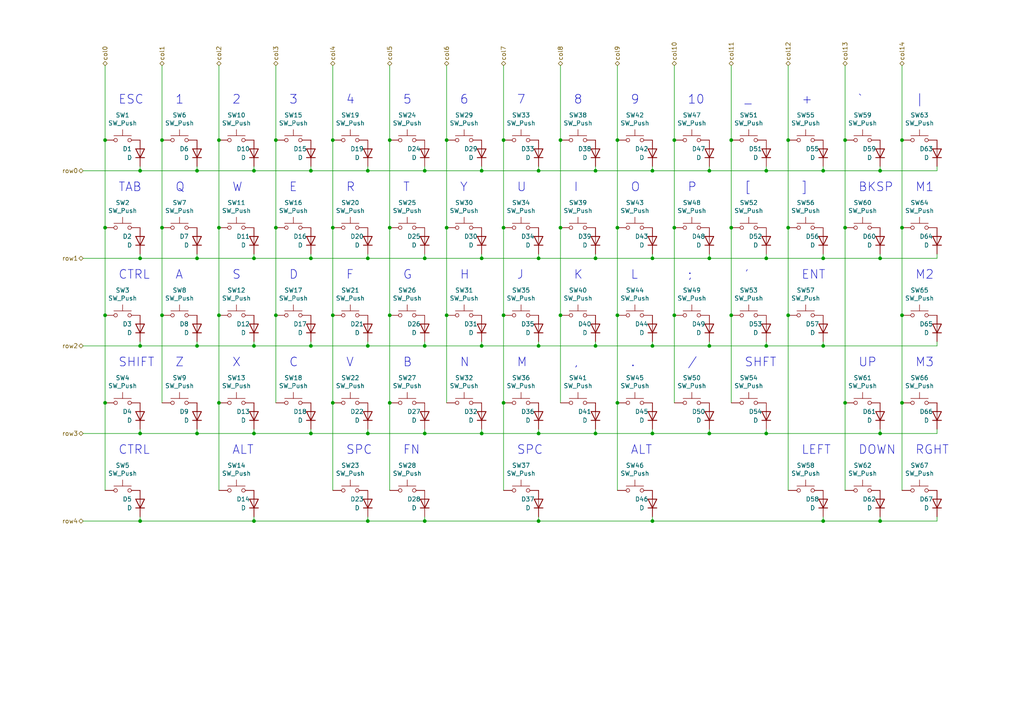
<source format=kicad_sch>
(kicad_sch (version 20211123) (generator eeschema)
  (paper "A4")
  (junction (at 179.07 66.04))
  (junction (at 139.7 100.33))
  (junction (at 139.7 74.93))
  (junction (at 96.52 40.64))
  (junction (at 57.15 100.33))
  (junction (at 46.99 91.44))
  (junction (at 245.11 116.84))
  (junction (at 57.15 49.53))
  (junction (at 113.03 66.04))
  (junction (at 212.09 40.64))
  (junction (at 245.11 66.04))
  (junction (at 30.48 66.04))
  (junction (at 40.64 125.73))
  (junction (at 222.25 100.33))
  (junction (at 172.72 49.53))
  (junction (at 63.5 116.84))
  (junction (at 90.17 74.93))
  (junction (at 162.56 66.04))
  (junction (at 106.68 49.53))
  (junction (at 129.54 66.04))
  (junction (at 146.05 116.84))
  (junction (at 261.62 66.04))
  (junction (at 113.03 40.64))
  (junction (at 238.76 49.53))
  (junction (at 139.7 125.73))
  (junction (at 30.48 40.64))
  (junction (at 228.6 91.44))
  (junction (at 156.21 151.13))
  (junction (at 63.5 91.44))
  (junction (at 179.07 40.64))
  (junction (at 179.07 116.84))
  (junction (at 156.21 49.53))
  (junction (at 63.5 40.64))
  (junction (at 189.23 49.53))
  (junction (at 189.23 125.73))
  (junction (at 212.09 66.04))
  (junction (at 195.58 91.44))
  (junction (at 146.05 91.44))
  (junction (at 106.68 100.33))
  (junction (at 40.64 100.33))
  (junction (at 261.62 40.64))
  (junction (at 205.74 74.93))
  (junction (at 238.76 100.33))
  (junction (at 228.6 40.64))
  (junction (at 40.64 74.93))
  (junction (at 172.72 125.73))
  (junction (at 73.66 125.73))
  (junction (at 90.17 125.73))
  (junction (at 80.01 40.64))
  (junction (at 245.11 40.64))
  (junction (at 255.27 49.53))
  (junction (at 156.21 100.33))
  (junction (at 156.21 74.93))
  (junction (at 57.15 125.73))
  (junction (at 80.01 66.04))
  (junction (at 189.23 151.13))
  (junction (at 255.27 74.93))
  (junction (at 129.54 40.64))
  (junction (at 123.19 125.73))
  (junction (at 212.09 91.44))
  (junction (at 96.52 116.84))
  (junction (at 123.19 74.93))
  (junction (at 139.7 49.53))
  (junction (at 222.25 49.53))
  (junction (at 96.52 66.04))
  (junction (at 205.74 125.73))
  (junction (at 179.07 91.44))
  (junction (at 46.99 66.04))
  (junction (at 228.6 66.04))
  (junction (at 106.68 151.13))
  (junction (at 113.03 91.44))
  (junction (at 123.19 100.33))
  (junction (at 222.25 125.73))
  (junction (at 40.64 151.13))
  (junction (at 80.01 91.44))
  (junction (at 255.27 151.13))
  (junction (at 205.74 100.33))
  (junction (at 106.68 125.73))
  (junction (at 189.23 74.93))
  (junction (at 106.68 74.93))
  (junction (at 46.99 40.64))
  (junction (at 156.21 125.73))
  (junction (at 195.58 66.04))
  (junction (at 146.05 66.04))
  (junction (at 30.48 116.84))
  (junction (at 73.66 74.93))
  (junction (at 30.48 91.44))
  (junction (at 73.66 151.13))
  (junction (at 113.03 116.84))
  (junction (at 146.05 40.64))
  (junction (at 162.56 40.64))
  (junction (at 123.19 49.53))
  (junction (at 129.54 91.44))
  (junction (at 40.64 49.53))
  (junction (at 162.56 91.44))
  (junction (at 96.52 91.44))
  (junction (at 261.62 91.44))
  (junction (at 172.72 74.93))
  (junction (at 172.72 100.33))
  (junction (at 222.25 74.93))
  (junction (at 261.62 116.84))
  (junction (at 123.19 151.13))
  (junction (at 73.66 49.53))
  (junction (at 255.27 125.73))
  (junction (at 195.58 40.64))
  (junction (at 90.17 100.33))
  (junction (at 73.66 100.33))
  (junction (at 238.76 74.93))
  (junction (at 189.23 100.33))
  (junction (at 238.76 151.13))
  (junction (at 205.74 49.53))
  (junction (at 90.17 49.53))
  (junction (at 57.15 74.93))
  (junction (at 63.5 66.04))
  (wire (pts (xy 205.74 73.66) (xy 205.74 74.93)))
  (wire (pts (xy 238.76 149.86) (xy 238.76 151.13)))
  (wire (pts (xy 123.19 99.06) (xy 123.19 100.33)))
  (wire (pts (xy 245.11 116.84) (xy 245.11 142.24)))
  (wire (pts (xy 156.21 48.26) (xy 156.21 49.53)))
  (wire (pts (xy 63.5 40.64) (xy 63.5 66.04)))
  (wire (pts (xy 172.72 124.46) (xy 172.72 125.73)))
  (wire (pts (xy 40.64 48.26) (xy 40.64 49.53)))
  (wire (pts (xy 123.19 151.13) (xy 156.21 151.13)))
  (wire (pts (xy 139.7 74.93) (xy 156.21 74.93)))
  (wire (pts (xy 63.5 91.44) (xy 63.5 116.84)))
  (wire (pts (xy 172.72 49.53) (xy 189.23 49.53)))
  (wire (pts (xy 123.19 49.53) (xy 139.7 49.53)))
  (wire (pts (xy 40.64 124.46) (xy 40.64 125.73)))
  (wire (pts (xy 30.48 116.84) (xy 30.48 142.24)))
  (wire (pts (xy 106.68 74.93) (xy 123.19 74.93)))
  (wire (pts (xy 156.21 49.53) (xy 172.72 49.53)))
  (wire (pts (xy 113.03 40.64) (xy 113.03 66.04)))
  (wire (pts (xy 189.23 48.26) (xy 189.23 49.53)))
  (wire (pts (xy 195.58 19.05) (xy 195.58 40.64)))
  (wire (pts (xy 123.19 73.66) (xy 123.19 74.93)))
  (wire (pts (xy 73.66 149.86) (xy 73.66 151.13)))
  (wire (pts (xy 57.15 124.46) (xy 57.15 125.73)))
  (wire (pts (xy 106.68 125.73) (xy 123.19 125.73)))
  (wire (pts (xy 189.23 99.06) (xy 189.23 100.33)))
  (wire (pts (xy 222.25 73.66) (xy 222.25 74.93)))
  (wire (pts (xy 189.23 151.13) (xy 238.76 151.13)))
  (wire (pts (xy 139.7 124.46) (xy 139.7 125.73)))
  (wire (pts (xy 222.25 49.53) (xy 238.76 49.53)))
  (wire (pts (xy 129.54 66.04) (xy 129.54 91.44)))
  (wire (pts (xy 205.74 125.73) (xy 222.25 125.73)))
  (wire (pts (xy 189.23 73.66) (xy 189.23 74.93)))
  (wire (pts (xy 123.19 125.73) (xy 139.7 125.73)))
  (wire (pts (xy 46.99 91.44) (xy 46.99 116.84)))
  (wire (pts (xy 123.19 48.26) (xy 123.19 49.53)))
  (wire (pts (xy 46.99 66.04) (xy 46.99 91.44)))
  (wire (pts (xy 40.64 149.86) (xy 40.64 151.13)))
  (wire (pts (xy 238.76 73.66) (xy 238.76 74.93)))
  (wire (pts (xy 255.27 125.73) (xy 271.78 125.73)))
  (wire (pts (xy 80.01 19.05) (xy 80.01 40.64)))
  (wire (pts (xy 57.15 74.93) (xy 73.66 74.93)))
  (wire (pts (xy 261.62 66.04) (xy 261.62 91.44)))
  (wire (pts (xy 245.11 66.04) (xy 245.11 116.84)))
  (wire (pts (xy 255.27 149.86) (xy 255.27 151.13)))
  (wire (pts (xy 57.15 49.53) (xy 73.66 49.53)))
  (wire (pts (xy 255.27 49.53) (xy 271.78 49.53)))
  (wire (pts (xy 172.72 125.73) (xy 189.23 125.73)))
  (wire (pts (xy 57.15 99.06) (xy 57.15 100.33)))
  (wire (pts (xy 195.58 66.04) (xy 195.58 91.44)))
  (wire (pts (xy 129.54 19.05) (xy 129.54 40.64)))
  (wire (pts (xy 24.13 151.13) (xy 40.64 151.13)))
  (wire (pts (xy 222.25 125.73) (xy 255.27 125.73)))
  (wire (pts (xy 30.48 66.04) (xy 30.48 91.44)))
  (wire (pts (xy 106.68 73.66) (xy 106.68 74.93)))
  (wire (pts (xy 96.52 19.05) (xy 96.52 40.64)))
  (wire (pts (xy 172.72 48.26) (xy 172.72 49.53)))
  (wire (pts (xy 24.13 49.53) (xy 40.64 49.53)))
  (wire (pts (xy 195.58 40.64) (xy 195.58 66.04)))
  (wire (pts (xy 156.21 99.06) (xy 156.21 100.33)))
  (wire (pts (xy 189.23 124.46) (xy 189.23 125.73)))
  (wire (pts (xy 146.05 91.44) (xy 146.05 116.84)))
  (wire (pts (xy 73.66 73.66) (xy 73.66 74.93)))
  (wire (pts (xy 96.52 40.64) (xy 96.52 66.04)))
  (wire (pts (xy 271.78 124.46) (xy 271.78 125.73)))
  (wire (pts (xy 222.25 100.33) (xy 238.76 100.33)))
  (wire (pts (xy 80.01 66.04) (xy 80.01 91.44)))
  (wire (pts (xy 156.21 125.73) (xy 172.72 125.73)))
  (wire (pts (xy 146.05 116.84) (xy 146.05 142.24)))
  (wire (pts (xy 228.6 19.05) (xy 228.6 40.64)))
  (wire (pts (xy 90.17 49.53) (xy 106.68 49.53)))
  (wire (pts (xy 255.27 73.66) (xy 255.27 74.93)))
  (wire (pts (xy 57.15 48.26) (xy 57.15 49.53)))
  (wire (pts (xy 156.21 124.46) (xy 156.21 125.73)))
  (wire (pts (xy 162.56 66.04) (xy 162.56 91.44)))
  (wire (pts (xy 271.78 73.66) (xy 271.78 74.93)))
  (wire (pts (xy 172.72 99.06) (xy 172.72 100.33)))
  (wire (pts (xy 106.68 49.53) (xy 123.19 49.53)))
  (wire (pts (xy 113.03 116.84) (xy 113.03 142.24)))
  (wire (pts (xy 106.68 151.13) (xy 123.19 151.13)))
  (wire (pts (xy 106.68 99.06) (xy 106.68 100.33)))
  (wire (pts (xy 46.99 40.64) (xy 46.99 66.04)))
  (wire (pts (xy 162.56 40.64) (xy 162.56 66.04)))
  (wire (pts (xy 179.07 40.64) (xy 179.07 66.04)))
  (wire (pts (xy 271.78 149.86) (xy 271.78 151.13)))
  (wire (pts (xy 222.25 99.06) (xy 222.25 100.33)))
  (wire (pts (xy 139.7 100.33) (xy 156.21 100.33)))
  (wire (pts (xy 24.13 74.93) (xy 40.64 74.93)))
  (wire (pts (xy 57.15 73.66) (xy 57.15 74.93)))
  (wire (pts (xy 205.74 100.33) (xy 222.25 100.33)))
  (wire (pts (xy 162.56 19.05) (xy 162.56 40.64)))
  (wire (pts (xy 123.19 74.93) (xy 139.7 74.93)))
  (wire (pts (xy 222.25 74.93) (xy 238.76 74.93)))
  (wire (pts (xy 238.76 74.93) (xy 255.27 74.93)))
  (wire (pts (xy 238.76 151.13) (xy 255.27 151.13)))
  (wire (pts (xy 245.11 40.64) (xy 245.11 66.04)))
  (wire (pts (xy 238.76 99.06) (xy 238.76 100.33)))
  (wire (pts (xy 172.72 74.93) (xy 189.23 74.93)))
  (wire (pts (xy 139.7 99.06) (xy 139.7 100.33)))
  (wire (pts (xy 139.7 73.66) (xy 139.7 74.93)))
  (wire (pts (xy 73.66 100.33) (xy 90.17 100.33)))
  (wire (pts (xy 113.03 19.05) (xy 113.03 40.64)))
  (wire (pts (xy 261.62 19.05) (xy 261.62 40.64)))
  (wire (pts (xy 179.07 116.84) (xy 179.07 142.24)))
  (wire (pts (xy 63.5 116.84) (xy 63.5 142.24)))
  (wire (pts (xy 189.23 100.33) (xy 205.74 100.33)))
  (wire (pts (xy 146.05 40.64) (xy 146.05 66.04)))
  (wire (pts (xy 63.5 66.04) (xy 63.5 91.44)))
  (wire (pts (xy 129.54 40.64) (xy 129.54 66.04)))
  (wire (pts (xy 40.64 99.06) (xy 40.64 100.33)))
  (wire (pts (xy 123.19 149.86) (xy 123.19 151.13)))
  (wire (pts (xy 189.23 149.86) (xy 189.23 151.13)))
  (wire (pts (xy 261.62 91.44) (xy 261.62 116.84)))
  (wire (pts (xy 205.74 48.26) (xy 205.74 49.53)))
  (wire (pts (xy 106.68 124.46) (xy 106.68 125.73)))
  (wire (pts (xy 129.54 91.44) (xy 129.54 116.84)))
  (wire (pts (xy 73.66 48.26) (xy 73.66 49.53)))
  (wire (pts (xy 30.48 91.44) (xy 30.48 116.84)))
  (wire (pts (xy 40.64 73.66) (xy 40.64 74.93)))
  (wire (pts (xy 255.27 151.13) (xy 271.78 151.13)))
  (wire (pts (xy 90.17 73.66) (xy 90.17 74.93)))
  (wire (pts (xy 73.66 49.53) (xy 90.17 49.53)))
  (wire (pts (xy 90.17 99.06) (xy 90.17 100.33)))
  (wire (pts (xy 255.27 74.93) (xy 271.78 74.93)))
  (wire (pts (xy 24.13 125.73) (xy 40.64 125.73)))
  (wire (pts (xy 80.01 91.44) (xy 80.01 116.84)))
  (wire (pts (xy 106.68 149.86) (xy 106.68 151.13)))
  (wire (pts (xy 30.48 19.05) (xy 30.48 40.64)))
  (wire (pts (xy 271.78 48.26) (xy 271.78 49.53)))
  (wire (pts (xy 179.07 66.04) (xy 179.07 91.44)))
  (wire (pts (xy 123.19 100.33) (xy 139.7 100.33)))
  (wire (pts (xy 90.17 125.73) (xy 106.68 125.73)))
  (wire (pts (xy 30.48 40.64) (xy 30.48 66.04)))
  (wire (pts (xy 255.27 48.26) (xy 255.27 49.53)))
  (wire (pts (xy 212.09 40.64) (xy 212.09 66.04)))
  (wire (pts (xy 96.52 66.04) (xy 96.52 91.44)))
  (wire (pts (xy 73.66 151.13) (xy 106.68 151.13)))
  (wire (pts (xy 222.25 48.26) (xy 222.25 49.53)))
  (wire (pts (xy 172.72 100.33) (xy 189.23 100.33)))
  (wire (pts (xy 80.01 40.64) (xy 80.01 66.04)))
  (wire (pts (xy 255.27 124.46) (xy 255.27 125.73)))
  (wire (pts (xy 189.23 125.73) (xy 205.74 125.73)))
  (wire (pts (xy 189.23 49.53) (xy 205.74 49.53)))
  (wire (pts (xy 139.7 125.73) (xy 156.21 125.73)))
  (wire (pts (xy 40.64 151.13) (xy 73.66 151.13)))
  (wire (pts (xy 90.17 48.26) (xy 90.17 49.53)))
  (wire (pts (xy 212.09 19.05) (xy 212.09 40.64)))
  (wire (pts (xy 179.07 19.05) (xy 179.07 40.64)))
  (wire (pts (xy 46.99 19.05) (xy 46.99 40.64)))
  (wire (pts (xy 96.52 116.84) (xy 96.52 142.24)))
  (wire (pts (xy 73.66 99.06) (xy 73.66 100.33)))
  (wire (pts (xy 73.66 74.93) (xy 90.17 74.93)))
  (wire (pts (xy 245.11 19.05) (xy 245.11 40.64)))
  (wire (pts (xy 212.09 66.04) (xy 212.09 91.44)))
  (wire (pts (xy 156.21 73.66) (xy 156.21 74.93)))
  (wire (pts (xy 40.64 125.73) (xy 57.15 125.73)))
  (wire (pts (xy 212.09 91.44) (xy 212.09 116.84)))
  (wire (pts (xy 106.68 100.33) (xy 123.19 100.33)))
  (wire (pts (xy 73.66 124.46) (xy 73.66 125.73)))
  (wire (pts (xy 146.05 66.04) (xy 146.05 91.44)))
  (wire (pts (xy 156.21 151.13) (xy 189.23 151.13)))
  (wire (pts (xy 40.64 49.53) (xy 57.15 49.53)))
  (wire (pts (xy 156.21 149.86) (xy 156.21 151.13)))
  (wire (pts (xy 106.68 48.26) (xy 106.68 49.53)))
  (wire (pts (xy 63.5 19.05) (xy 63.5 40.64)))
  (wire (pts (xy 261.62 40.64) (xy 261.62 66.04)))
  (wire (pts (xy 139.7 48.26) (xy 139.7 49.53)))
  (wire (pts (xy 90.17 74.93) (xy 106.68 74.93)))
  (wire (pts (xy 113.03 66.04) (xy 113.03 91.44)))
  (wire (pts (xy 172.72 73.66) (xy 172.72 74.93)))
  (wire (pts (xy 156.21 100.33) (xy 172.72 100.33)))
  (wire (pts (xy 96.52 91.44) (xy 96.52 116.84)))
  (wire (pts (xy 40.64 74.93) (xy 57.15 74.93)))
  (wire (pts (xy 222.25 124.46) (xy 222.25 125.73)))
  (wire (pts (xy 24.13 100.33) (xy 40.64 100.33)))
  (wire (pts (xy 238.76 100.33) (xy 271.78 100.33)))
  (wire (pts (xy 189.23 74.93) (xy 205.74 74.93)))
  (wire (pts (xy 205.74 74.93) (xy 222.25 74.93)))
  (wire (pts (xy 123.19 124.46) (xy 123.19 125.73)))
  (wire (pts (xy 162.56 91.44) (xy 162.56 116.84)))
  (wire (pts (xy 57.15 100.33) (xy 73.66 100.33)))
  (wire (pts (xy 156.21 74.93) (xy 172.72 74.93)))
  (wire (pts (xy 139.7 49.53) (xy 156.21 49.53)))
  (wire (pts (xy 40.64 100.33) (xy 57.15 100.33)))
  (wire (pts (xy 90.17 100.33) (xy 106.68 100.33)))
  (wire (pts (xy 228.6 40.64) (xy 228.6 66.04)))
  (wire (pts (xy 90.17 124.46) (xy 90.17 125.73)))
  (wire (pts (xy 146.05 19.05) (xy 146.05 40.64)))
  (wire (pts (xy 271.78 99.06) (xy 271.78 100.33)))
  (wire (pts (xy 205.74 124.46) (xy 205.74 125.73)))
  (wire (pts (xy 238.76 48.26) (xy 238.76 49.53)))
  (wire (pts (xy 113.03 91.44) (xy 113.03 116.84)))
  (wire (pts (xy 238.76 49.53) (xy 255.27 49.53)))
  (wire (pts (xy 205.74 49.53) (xy 222.25 49.53)))
  (wire (pts (xy 228.6 66.04) (xy 228.6 91.44)))
  (wire (pts (xy 57.15 125.73) (xy 73.66 125.73)))
  (wire (pts (xy 261.62 116.84) (xy 261.62 142.24)))
  (wire (pts (xy 73.66 125.73) (xy 90.17 125.73)))
  (wire (pts (xy 195.58 91.44) (xy 195.58 116.84)))
  (wire (pts (xy 228.6 91.44) (xy 228.6 142.24)))
  (wire (pts (xy 179.07 91.44) (xy 179.07 116.84)))
  (wire (pts (xy 205.74 99.06) (xy 205.74 100.33)))
  (text "M3" (at 265.43 106.68 0) (effects (font (size 2.54 2.54)) (justify left bottom)))
  (text "CTRL" (at 34.29 132.08 0) (effects (font (size 2.54 2.54)) (justify left bottom)))
  (text ";" (at 199.39 81.28 0) (effects (font (size 2.54 2.54)) (justify left bottom)))
  (text "B" (at 116.84 106.68 0) (effects (font (size 2.54 2.54)) (justify left bottom)))
  (text "/" (at 199.39 106.68 0) (effects (font (size 2.54 2.54)) (justify left bottom)))
  (text "G" (at 116.84 81.28 0) (effects (font (size 2.54 2.54)) (justify left bottom)))
  (text "R" (at 100.33 55.88 0) (effects (font (size 2.54 2.54)) (justify left bottom)))
  (text "3" (at 83.82 30.48 0) (effects (font (size 2.54 2.54)) (justify left bottom)))
  (text "_" (at 215.9 30.48 0) (effects (font (size 2.54 2.54)) (justify left bottom)))
  (text "6" (at 133.35 30.48 0) (effects (font (size 2.54 2.54)) (justify left bottom)))
  (text "N" (at 133.35 106.68 0) (effects (font (size 2.54 2.54)) (justify left bottom)))
  (text "ENT" (at 232.41 81.28 0) (effects (font (size 2.54 2.54)) (justify left bottom)))
  (text "W" (at 67.31 55.88 0) (effects (font (size 2.54 2.54)) (justify left bottom)))
  (text "Y" (at 133.35 55.88 0) (effects (font (size 2.54 2.54)) (justify left bottom)))
  (text "A" (at 50.8 81.28 0) (effects (font (size 2.54 2.54)) (justify left bottom)))
  (text "10" (at 199.39 30.48 0) (effects (font (size 2.54 2.54)) (justify left bottom)))
  (text "SHFT" (at 215.9 106.68 0) (effects (font (size 2.54 2.54)) (justify left bottom)))
  (text "C" (at 83.82 106.68 0) (effects (font (size 2.54 2.54)) (justify left bottom)))
  (text "7" (at 149.86 30.48 0) (effects (font (size 2.54 2.54)) (justify left bottom)))
  (text "1" (at 50.8 30.48 0) (effects (font (size 2.54 2.54)) (justify left bottom)))
  (text "ALT" (at 182.88 132.08 0) (effects (font (size 2.54 2.54)) (justify left bottom)))
  (text "2" (at 67.31 30.48 0) (effects (font (size 2.54 2.54)) (justify left bottom)))
  (text "TAB" (at 34.29 55.88 0) (effects (font (size 2.54 2.54)) (justify left bottom)))
  (text "E" (at 83.82 55.88 0) (effects (font (size 2.54 2.54)) (justify left bottom)))
  (text "9" (at 182.88 30.48 0) (effects (font (size 2.54 2.54)) (justify left bottom)))
  (text "P" (at 199.39 55.88 0) (effects (font (size 2.54 2.54)) (justify left bottom)))
  (text "," (at 166.37 106.68 0) (effects (font (size 2.54 2.54)) (justify left bottom)))
  (text "M1" (at 265.43 55.88 0) (effects (font (size 2.54 2.54)) (justify left bottom)))
  (text "S" (at 67.31 81.28 0) (effects (font (size 2.54 2.54)) (justify left bottom)))
  (text "UP" (at 248.92 106.68 0) (effects (font (size 2.54 2.54)) (justify left bottom)))
  (text "K" (at 166.37 81.28 0) (effects (font (size 2.54 2.54)) (justify left bottom)))
  (text "4" (at 100.33 30.48 0) (effects (font (size 2.54 2.54)) (justify left bottom)))
  (text "FN" (at 116.84 132.08 0) (effects (font (size 2.54 2.54)) (justify left bottom)))
  (text "ALT" (at 67.31 132.08 0) (effects (font (size 2.54 2.54)) (justify left bottom)))
  (text "Z" (at 50.8 106.68 0) (effects (font (size 2.54 2.54)) (justify left bottom)))
  (text "'" (at 215.9 81.28 0) (effects (font (size 2.54 2.54)) (justify left bottom)))
  (text "SPC" (at 149.86 132.08 0) (effects (font (size 2.54 2.54)) (justify left bottom)))
  (text "[" (at 215.9 55.88 0) (effects (font (size 2.54 2.54)) (justify left bottom)))
  (text "SPC" (at 100.33 132.08 0) (effects (font (size 2.54 2.54)) (justify left bottom)))
  (text "F" (at 100.33 81.28 0) (effects (font (size 2.54 2.54)) (justify left bottom)))
  (text "J" (at 149.86 81.28 0) (effects (font (size 2.54 2.54)) (justify left bottom)))
  (text "]" (at 232.41 55.88 0) (effects (font (size 2.54 2.54)) (justify left bottom)))
  (text "O" (at 182.88 55.88 0) (effects (font (size 2.54 2.54)) (justify left bottom)))
  (text "M2" (at 265.43 81.28 0) (effects (font (size 2.54 2.54)) (justify left bottom)))
  (text "M" (at 149.86 106.68 0) (effects (font (size 2.54 2.54)) (justify left bottom)))
  (text "Q" (at 50.8 55.88 0) (effects (font (size 2.54 2.54)) (justify left bottom)))
  (text "D" (at 83.82 81.28 0) (effects (font (size 2.54 2.54)) (justify left bottom)))
  (text "H" (at 133.35 81.28 0) (effects (font (size 2.54 2.54)) (justify left bottom)))
  (text "L" (at 182.88 81.28 0) (effects (font (size 2.54 2.54)) (justify left bottom)))
  (text "DOWN" (at 248.92 132.08 0) (effects (font (size 2.54 2.54)) (justify left bottom)))
  (text "LEFT" (at 232.41 132.08 0) (effects (font (size 2.54 2.54)) (justify left bottom)))
  (text "SHIFT" (at 34.29 106.68 0) (effects (font (size 2.54 2.54)) (justify left bottom)))
  (text "CTRL" (at 34.29 81.28 0) (effects (font (size 2.54 2.54)) (justify left bottom)))
  (text "8" (at 166.37 30.48 0) (effects (font (size 2.54 2.54)) (justify left bottom)))
  (text "5" (at 116.84 30.48 0) (effects (font (size 2.54 2.54)) (justify left bottom)))
  (text "|" (at 265.43 30.48 0) (effects (font (size 2.54 2.54)) (justify left bottom)))
  (text "BKSP" (at 248.92 55.88 0) (effects (font (size 2.54 2.54)) (justify left bottom)))
  (text "+" (at 232.41 30.48 0) (effects (font (size 2.54 2.54)) (justify left bottom)))
  (text "X" (at 67.31 106.68 0) (effects (font (size 2.54 2.54)) (justify left bottom)))
  (text "T" (at 116.84 55.88 0) (effects (font (size 2.54 2.54)) (justify left bottom)))
  (text "ESC" (at 34.29 30.48 0) (effects (font (size 2.54 2.54)) (justify left bottom)))
  (text ".\n" (at 182.88 106.68 0) (effects (font (size 2.54 2.54)) (justify left bottom)))
  (text "I" (at 166.37 55.88 0) (effects (font (size 2.54 2.54)) (justify left bottom)))
  (text "RGHT\n" (at 265.43 132.08 0) (effects (font (size 2.54 2.54)) (justify left bottom)))
  (text "`" (at 248.92 30.48 0) (effects (font (size 2.54 2.54)) (justify left bottom)))
  (text "V" (at 100.33 106.68 0) (effects (font (size 2.54 2.54)) (justify left bottom)))
  (text "U" (at 149.86 55.88 0) (effects (font (size 2.54 2.54)) (justify left bottom)))
  (hierarchical_label "col8" (shape tri_state) (at 162.56 19.05 90))
  (hierarchical_label "col2" (shape tri_state) (at 63.5 19.05 90))
  (hierarchical_label "col12" (shape tri_state) (at 228.6 19.05 90))
  (hierarchical_label "col0" (shape tri_state) (at 30.48 19.05 90))
  (hierarchical_label "col5" (shape tri_state) (at 113.03 19.05 90))
  (hierarchical_label "col14" (shape tri_state) (at 261.62 19.05 90))
  (hierarchical_label "row2" (shape tri_state) (at 24.13 100.33 180))
  (hierarchical_label "col9" (shape tri_state) (at 179.07 19.05 90))
  (hierarchical_label "col7" (shape tri_state) (at 146.05 19.05 90))
  (hierarchical_label "col11" (shape tri_state) (at 212.09 19.05 90))
  (hierarchical_label "row0" (shape tri_state) (at 24.13 49.53 180))
  (hierarchical_label "row4" (shape tri_state) (at 24.13 151.13 180))
  (hierarchical_label "col4" (shape tri_state) (at 96.52 19.05 90))
  (hierarchical_label "col3" (shape tri_state) (at 80.01 19.05 90))
  (hierarchical_label "row3" (shape tri_state) (at 24.13 125.73 180))
  (hierarchical_label "col1" (shape tri_state) (at 46.99 19.05 90))
  (hierarchical_label "col13" (shape tri_state) (at 245.11 19.05 90))
  (hierarchical_label "col10" (shape tri_state) (at 195.58 19.05 90))
  (hierarchical_label "row1" (shape tri_state) (at 24.13 74.93 180))
  (hierarchical_label "col6" (shape tri_state) (at 129.54 19.05 90))
  (symbol (lib_id "Switch:SW_Push") (at 35.56 40.64 0) (unit 1)
    (property "Reference" "SW1" (at 35.56 33.401 0))
    (property "Value" "SW_Push" (at 35.56 35.7124 0))
    (property "Footprint" "MX_Switch:SW_Cherry_MX_1.00u_PCB" (effects hide))
  )
  (symbol (lib_id "Device:D") (at 40.64 44.45 90) (unit 1)
    (property "Reference" "D1" (at 35.56 43.18 90) (effects (justify right)))
    (property "Value" "D" (at 36.83 45.72 90) (effects (justify right)))
    (property "Footprint" "Diodes_SMD:D_SOD-123" (effects hide))
  )
  (symbol (lib_id "Switch:SW_Push") (at 52.07 40.64 0) (unit 1)
    (property "Reference" "SW6" (at 52.07 33.401 0))
    (property "Value" "SW_Push" (at 52.07 35.7124 0))
    (property "Footprint" "MX_Switch:SW_Cherry_MX_1.00u_PCB" (effects hide))
  )
  (symbol (lib_id "Switch:SW_Push") (at 35.56 66.04 0) (unit 1)
    (property "Reference" "SW2" (at 35.56 58.801 0))
    (property "Value" "SW_Push" (at 35.56 61.1124 0))
    (property "Footprint" "MX_Switch:SW_Cherry_MX_1.50u_PCB" (effects hide))
  )
  (symbol (lib_id "Device:D") (at 40.64 69.85 90) (unit 1)
    (property "Reference" "D2" (at 35.56 68.58 90) (effects (justify right)))
    (property "Value" "D" (at 36.83 71.12 90) (effects (justify right)))
    (property "Footprint" "Diodes_SMD:D_SOD-123" (effects hide))
  )
  (symbol (lib_id "Device:D") (at 57.15 44.45 90) (unit 1)
    (property "Reference" "D6" (at 52.07 43.18 90) (effects (justify right)))
    (property "Value" "D" (at 53.34 45.72 90) (effects (justify right)))
    (property "Footprint" "Diodes_SMD:D_SOD-123" (effects hide))
  )
  (symbol (lib_id "Switch:SW_Push") (at 52.07 66.04 0) (unit 1)
    (property "Reference" "SW7" (at 52.07 58.801 0))
    (property "Value" "SW_Push" (at 52.07 61.1124 0))
    (property "Footprint" "MX_Switch:SW_Cherry_MX_1.00u_PCB" (effects hide))
  )
  (symbol (lib_id "Device:D") (at 57.15 69.85 90) (unit 1)
    (property "Reference" "D7" (at 52.07 68.58 90) (effects (justify right)))
    (property "Value" "D" (at 53.34 71.12 90) (effects (justify right)))
    (property "Footprint" "Diodes_SMD:D_SOD-123" (effects hide))
  )
  (symbol (lib_id "Switch:SW_Push") (at 35.56 91.44 0) (unit 1)
    (property "Reference" "SW3" (at 35.56 84.201 0))
    (property "Value" "SW_Push" (at 35.56 86.5124 0))
    (property "Footprint" "MX_Switch:SW_Cherry_MX_1.75u_PCB" (effects hide))
  )
  (symbol (lib_id "Device:D") (at 40.64 95.25 90) (unit 1)
    (property "Reference" "D3" (at 35.56 93.98 90) (effects (justify right)))
    (property "Value" "D" (at 36.83 96.52 90) (effects (justify right)))
    (property "Footprint" "Diodes_SMD:D_SOD-123" (effects hide))
  )
  (symbol (lib_id "Switch:SW_Push") (at 35.56 116.84 0) (unit 1)
    (property "Reference" "SW4" (at 35.56 109.601 0))
    (property "Value" "SW_Push" (at 35.56 111.9124 0))
    (property "Footprint" "MX_Switch:SW_Cherry_MX_2.25u_PCB" (effects hide))
  )
  (symbol (lib_id "Switch:SW_Push") (at 35.56 142.24 0) (unit 1)
    (property "Reference" "SW5" (at 35.56 135.001 0))
    (property "Value" "SW_Push" (at 35.56 137.3124 0))
    (property "Footprint" "MX_Switch:SW_Cherry_MX_1.50u_PCB" (effects hide))
  )
  (symbol (lib_id "Device:D") (at 40.64 120.65 90) (unit 1)
    (property "Reference" "D4" (at 35.56 119.38 90) (effects (justify right)))
    (property "Value" "D" (at 36.83 121.92 90) (effects (justify right)))
    (property "Footprint" "Diodes_SMD:D_SOD-123" (effects hide))
  )
  (symbol (lib_id "Device:D") (at 40.64 146.05 90) (unit 1)
    (property "Reference" "D5" (at 35.56 144.78 90) (effects (justify right)))
    (property "Value" "D" (at 36.83 147.32 90) (effects (justify right)))
    (property "Footprint" "Diodes_SMD:D_SOD-123" (effects hide))
  )
  (symbol (lib_id "Switch:SW_Push") (at 52.07 91.44 0) (unit 1)
    (property "Reference" "SW8" (at 52.07 84.201 0))
    (property "Value" "SW_Push" (at 52.07 86.5124 0))
    (property "Footprint" "MX_Switch:SW_Cherry_MX_1.00u_PCB" (effects hide))
  )
  (symbol (lib_id "Switch:SW_Push") (at 52.07 116.84 0) (unit 1)
    (property "Reference" "SW9" (at 52.07 109.601 0))
    (property "Value" "SW_Push" (at 52.07 111.9124 0))
    (property "Footprint" "MX_Switch:SW_Cherry_MX_1.00u_PCB" (effects hide))
  )
  (symbol (lib_id "Device:D") (at 57.15 95.25 90) (unit 1)
    (property "Reference" "D8" (at 52.07 93.98 90) (effects (justify right)))
    (property "Value" "D" (at 53.34 96.52 90) (effects (justify right)))
    (property "Footprint" "Diodes_SMD:D_SOD-123" (effects hide))
  )
  (symbol (lib_id "Device:D") (at 57.15 120.65 90) (unit 1)
    (property "Reference" "D9" (at 52.07 119.38 90) (effects (justify right)))
    (property "Value" "D" (at 53.34 121.92 90) (effects (justify right)))
    (property "Footprint" "Diodes_SMD:D_SOD-123" (effects hide))
  )
  (symbol (lib_id "Switch:SW_Push") (at 68.58 40.64 0) (unit 1)
    (property "Reference" "SW10" (at 68.58 33.401 0))
    (property "Value" "SW_Push" (at 68.58 35.7124 0))
    (property "Footprint" "MX_Switch:SW_Cherry_MX_1.00u_PCB" (effects hide))
  )
  (symbol (lib_id "Device:D") (at 73.66 44.45 90) (unit 1)
    (property "Reference" "D10" (at 68.58 43.18 90) (effects (justify right)))
    (property "Value" "D" (at 69.85 45.72 90) (effects (justify right)))
    (property "Footprint" "Diodes_SMD:D_SOD-123" (effects hide))
  )
  (symbol (lib_id "Switch:SW_Push") (at 68.58 66.04 0) (unit 1)
    (property "Reference" "SW11" (at 68.58 58.801 0))
    (property "Value" "SW_Push" (at 68.58 61.1124 0))
    (property "Footprint" "MX_Switch:SW_Cherry_MX_1.00u_PCB" (effects hide))
  )
  (symbol (lib_id "Device:D") (at 73.66 69.85 90) (unit 1)
    (property "Reference" "D11" (at 68.58 68.58 90) (effects (justify right)))
    (property "Value" "D" (at 69.85 71.12 90) (effects (justify right)))
    (property "Footprint" "Diodes_SMD:D_SOD-123" (effects hide))
  )
  (symbol (lib_id "Switch:SW_Push") (at 68.58 91.44 0) (unit 1)
    (property "Reference" "SW12" (at 68.58 84.201 0))
    (property "Value" "SW_Push" (at 68.58 86.5124 0))
    (property "Footprint" "MX_Switch:SW_Cherry_MX_1.00u_PCB" (effects hide))
  )
  (symbol (lib_id "Switch:SW_Push") (at 68.58 116.84 0) (unit 1)
    (property "Reference" "SW13" (at 68.58 109.601 0))
    (property "Value" "SW_Push" (at 68.58 111.9124 0))
    (property "Footprint" "MX_Switch:SW_Cherry_MX_1.00u_PCB" (effects hide))
  )
  (symbol (lib_id "Switch:SW_Push") (at 68.58 142.24 0) (unit 1)
    (property "Reference" "SW14" (at 68.58 135.001 0))
    (property "Value" "SW_Push" (at 68.58 137.3124 0))
    (property "Footprint" "MX_Switch:SW_Cherry_MX_1.50u_PCB" (effects hide))
  )
  (symbol (lib_id "Device:D") (at 73.66 95.25 90) (unit 1)
    (property "Reference" "D12" (at 68.58 93.98 90) (effects (justify right)))
    (property "Value" "D" (at 69.85 96.52 90) (effects (justify right)))
    (property "Footprint" "Diodes_SMD:D_SOD-123" (effects hide))
  )
  (symbol (lib_id "Device:D") (at 73.66 120.65 90) (unit 1)
    (property "Reference" "D13" (at 68.58 119.38 90) (effects (justify right)))
    (property "Value" "D" (at 69.85 121.92 90) (effects (justify right)))
    (property "Footprint" "Diodes_SMD:D_SOD-123" (effects hide))
  )
  (symbol (lib_id "Device:D") (at 73.66 146.05 90) (unit 1)
    (property "Reference" "D14" (at 68.58 144.78 90) (effects (justify right)))
    (property "Value" "D" (at 69.85 147.32 90) (effects (justify right)))
    (property "Footprint" "Diodes_SMD:D_SOD-123" (effects hide))
  )
  (symbol (lib_id "Switch:SW_Push") (at 85.09 40.64 0) (unit 1)
    (property "Reference" "SW15" (at 85.09 33.401 0))
    (property "Value" "SW_Push" (at 85.09 35.7124 0))
    (property "Footprint" "MX_Switch:SW_Cherry_MX_1.00u_PCB" (effects hide))
  )
  (symbol (lib_id "Device:D") (at 90.17 44.45 90) (unit 1)
    (property "Reference" "D15" (at 85.09 43.18 90) (effects (justify right)))
    (property "Value" "D" (at 86.36 45.72 90) (effects (justify right)))
    (property "Footprint" "Diodes_SMD:D_SOD-123" (effects hide))
  )
  (symbol (lib_id "Switch:SW_Push") (at 85.09 66.04 0) (unit 1)
    (property "Reference" "SW16" (at 85.09 58.801 0))
    (property "Value" "SW_Push" (at 85.09 61.1124 0))
    (property "Footprint" "MX_Switch:SW_Cherry_MX_1.00u_PCB" (effects hide))
  )
  (symbol (lib_id "Device:D") (at 90.17 69.85 90) (unit 1)
    (property "Reference" "D16" (at 85.09 68.58 90) (effects (justify right)))
    (property "Value" "D" (at 86.36 71.12 90) (effects (justify right)))
    (property "Footprint" "Diodes_SMD:D_SOD-123" (effects hide))
  )
  (symbol (lib_id "Switch:SW_Push") (at 85.09 91.44 0) (unit 1)
    (property "Reference" "SW17" (at 85.09 84.201 0))
    (property "Value" "SW_Push" (at 85.09 86.5124 0))
    (property "Footprint" "MX_Switch:SW_Cherry_MX_1.00u_PCB" (effects hide))
  )
  (symbol (lib_id "Switch:SW_Push") (at 85.09 116.84 0) (unit 1)
    (property "Reference" "SW18" (at 85.09 109.601 0))
    (property "Value" "SW_Push" (at 85.09 111.9124 0))
    (property "Footprint" "MX_Switch:SW_Cherry_MX_1.00u_PCB" (effects hide))
  )
  (symbol (lib_id "Device:D") (at 90.17 95.25 90) (unit 1)
    (property "Reference" "D17" (at 85.09 93.98 90) (effects (justify right)))
    (property "Value" "D" (at 86.36 96.52 90) (effects (justify right)))
    (property "Footprint" "Diodes_SMD:D_SOD-123" (effects hide))
  )
  (symbol (lib_id "Device:D") (at 90.17 120.65 90) (unit 1)
    (property "Reference" "D18" (at 85.09 119.38 90) (effects (justify right)))
    (property "Value" "D" (at 86.36 121.92 90) (effects (justify right)))
    (property "Footprint" "Diodes_SMD:D_SOD-123" (effects hide))
  )
  (symbol (lib_id "Switch:SW_Push") (at 101.6 40.64 0) (unit 1)
    (property "Reference" "SW19" (at 101.6 33.401 0))
    (property "Value" "SW_Push" (at 101.6 35.7124 0))
    (property "Footprint" "MX_Switch:SW_Cherry_MX_1.00u_PCB" (effects hide))
  )
  (symbol (lib_id "Device:D") (at 106.68 44.45 90) (unit 1)
    (property "Reference" "D19" (at 101.6 43.18 90) (effects (justify right)))
    (property "Value" "D" (at 102.87 45.72 90) (effects (justify right)))
    (property "Footprint" "Diodes_SMD:D_SOD-123" (effects hide))
  )
  (symbol (lib_id "Switch:SW_Push") (at 101.6 66.04 0) (unit 1)
    (property "Reference" "SW20" (at 101.6 58.801 0))
    (property "Value" "SW_Push" (at 101.6 61.1124 0))
    (property "Footprint" "MX_Switch:SW_Cherry_MX_1.00u_PCB" (effects hide))
  )
  (symbol (lib_id "Device:D") (at 106.68 69.85 90) (unit 1)
    (property "Reference" "D20" (at 101.6 68.58 90) (effects (justify right)))
    (property "Value" "D" (at 102.87 71.12 90) (effects (justify right)))
    (property "Footprint" "Diodes_SMD:D_SOD-123" (effects hide))
  )
  (symbol (lib_id "Switch:SW_Push") (at 101.6 91.44 0) (unit 1)
    (property "Reference" "SW21" (at 101.6 84.201 0))
    (property "Value" "SW_Push" (at 101.6 86.5124 0))
    (property "Footprint" "MX_Switch:SW_Cherry_MX_1.00u_PCB" (effects hide))
  )
  (symbol (lib_id "Switch:SW_Push") (at 101.6 116.84 0) (unit 1)
    (property "Reference" "SW22" (at 101.6 109.601 0))
    (property "Value" "SW_Push" (at 101.6 111.9124 0))
    (property "Footprint" "MX_Switch:SW_Cherry_MX_1.00u_PCB" (effects hide))
  )
  (symbol (lib_id "Switch:SW_Push") (at 101.6 142.24 0) (unit 1)
    (property "Reference" "SW23" (at 101.6 135.001 0))
    (property "Value" "SW_Push" (at 101.6 137.3124 0))
    (property "Footprint" "MX_Switch:SW_Cherry_MX_2.00u_PCB_ReversedStabilizers" (effects hide))
  )
  (symbol (lib_id "Device:D") (at 106.68 95.25 90) (unit 1)
    (property "Reference" "D21" (at 101.6 93.98 90) (effects (justify right)))
    (property "Value" "D" (at 102.87 96.52 90) (effects (justify right)))
    (property "Footprint" "Diodes_SMD:D_SOD-123" (effects hide))
  )
  (symbol (lib_id "Device:D") (at 106.68 120.65 90) (unit 1)
    (property "Reference" "D22" (at 101.6 119.38 90) (effects (justify right)))
    (property "Value" "D" (at 102.87 121.92 90) (effects (justify right)))
    (property "Footprint" "Diodes_SMD:D_SOD-123" (effects hide))
  )
  (symbol (lib_id "Device:D") (at 106.68 146.05 90) (unit 1)
    (property "Reference" "D23" (at 101.6 144.78 90) (effects (justify right)))
    (property "Value" "D" (at 102.87 147.32 90) (effects (justify right)))
    (property "Footprint" "Diodes_SMD:D_SOD-123" (effects hide))
  )
  (symbol (lib_id "Switch:SW_Push") (at 118.11 40.64 0) (unit 1)
    (property "Reference" "SW24" (at 118.11 33.401 0))
    (property "Value" "SW_Push" (at 118.11 35.7124 0))
    (property "Footprint" "MX_Switch:SW_Cherry_MX_1.00u_PCB" (effects hide))
  )
  (symbol (lib_id "Device:D") (at 123.19 44.45 90) (unit 1)
    (property "Reference" "D24" (at 118.11 43.18 90) (effects (justify right)))
    (property "Value" "D" (at 119.38 45.72 90) (effects (justify right)))
    (property "Footprint" "Diodes_SMD:D_SOD-123" (effects hide))
  )
  (symbol (lib_id "Switch:SW_Push") (at 118.11 66.04 0) (unit 1)
    (property "Reference" "SW25" (at 118.11 58.801 0))
    (property "Value" "SW_Push" (at 118.11 61.1124 0))
    (property "Footprint" "MX_Switch:SW_Cherry_MX_1.00u_PCB" (effects hide))
  )
  (symbol (lib_id "Device:D") (at 123.19 69.85 90) (unit 1)
    (property "Reference" "D25" (at 118.11 68.58 90) (effects (justify right)))
    (property "Value" "D" (at 119.38 71.12 90) (effects (justify right)))
    (property "Footprint" "Diodes_SMD:D_SOD-123" (effects hide))
  )
  (symbol (lib_id "Switch:SW_Push") (at 118.11 91.44 0) (unit 1)
    (property "Reference" "SW26" (at 118.11 84.201 0))
    (property "Value" "SW_Push" (at 118.11 86.5124 0))
    (property "Footprint" "MX_Switch:SW_Cherry_MX_1.00u_PCB" (effects hide))
  )
  (symbol (lib_id "Switch:SW_Push") (at 118.11 116.84 0) (unit 1)
    (property "Reference" "SW27" (at 118.11 109.601 0))
    (property "Value" "SW_Push" (at 118.11 111.9124 0))
    (property "Footprint" "MX_Switch:SW_Cherry_MX_1.00u_PCB" (effects hide))
  )
  (symbol (lib_id "Switch:SW_Push") (at 118.11 142.24 0) (unit 1)
    (property "Reference" "SW28" (at 118.11 135.001 0))
    (property "Value" "SW_Push" (at 118.11 137.3124 0))
    (property "Footprint" "MX_Switch:SW_Cherry_MX_1.00u_PCB" (effects hide))
  )
  (symbol (lib_id "Device:D") (at 123.19 95.25 90) (unit 1)
    (property "Reference" "D26" (at 118.11 93.98 90) (effects (justify right)))
    (property "Value" "D" (at 119.38 96.52 90) (effects (justify right)))
    (property "Footprint" "Diodes_SMD:D_SOD-123" (effects hide))
  )
  (symbol (lib_id "Device:D") (at 123.19 120.65 90) (unit 1)
    (property "Reference" "D27" (at 118.11 119.38 90) (effects (justify right)))
    (property "Value" "D" (at 119.38 121.92 90) (effects (justify right)))
    (property "Footprint" "Diodes_SMD:D_SOD-123" (effects hide))
  )
  (symbol (lib_id "Device:D") (at 123.19 146.05 90) (unit 1)
    (property "Reference" "D28" (at 118.11 144.78 90) (effects (justify right)))
    (property "Value" "D" (at 119.38 147.32 90) (effects (justify right)))
    (property "Footprint" "Diodes_SMD:D_SOD-123" (effects hide))
  )
  (symbol (lib_id "Switch:SW_Push") (at 134.62 40.64 0) (unit 1)
    (property "Reference" "SW29" (at 134.62 33.401 0))
    (property "Value" "SW_Push" (at 134.62 35.7124 0))
    (property "Footprint" "MX_Switch:SW_Cherry_MX_1.00u_PCB" (effects hide))
  )
  (symbol (lib_id "Device:D") (at 139.7 44.45 90) (unit 1)
    (property "Reference" "D29" (at 134.62 43.18 90) (effects (justify right)))
    (property "Value" "D" (at 135.89 45.72 90) (effects (justify right)))
    (property "Footprint" "Diodes_SMD:D_SOD-123" (effects hide))
  )
  (symbol (lib_id "Switch:SW_Push") (at 134.62 66.04 0) (unit 1)
    (property "Reference" "SW30" (at 134.62 58.801 0))
    (property "Value" "SW_Push" (at 134.62 61.1124 0))
    (property "Footprint" "MX_Switch:SW_Cherry_MX_1.00u_PCB" (effects hide))
  )
  (symbol (lib_id "Device:D") (at 139.7 69.85 90) (unit 1)
    (property "Reference" "D30" (at 134.62 68.58 90) (effects (justify right)))
    (property "Value" "D" (at 135.89 71.12 90) (effects (justify right)))
    (property "Footprint" "Diodes_SMD:D_SOD-123" (effects hide))
  )
  (symbol (lib_id "Switch:SW_Push") (at 134.62 91.44 0) (unit 1)
    (property "Reference" "SW31" (at 134.62 84.201 0))
    (property "Value" "SW_Push" (at 134.62 86.5124 0))
    (property "Footprint" "MX_Switch:SW_Cherry_MX_1.00u_PCB" (effects hide))
  )
  (symbol (lib_id "Switch:SW_Push") (at 134.62 116.84 0) (unit 1)
    (property "Reference" "SW32" (at 134.62 109.601 0))
    (property "Value" "SW_Push" (at 134.62 111.9124 0))
    (property "Footprint" "MX_Switch:SW_Cherry_MX_1.00u_PCB" (effects hide))
  )
  (symbol (lib_id "Device:D") (at 139.7 95.25 90) (unit 1)
    (property "Reference" "D31" (at 134.62 93.98 90) (effects (justify right)))
    (property "Value" "D" (at 135.89 96.52 90) (effects (justify right)))
    (property "Footprint" "Diodes_SMD:D_SOD-123" (effects hide))
  )
  (symbol (lib_id "Device:D") (at 139.7 120.65 90) (unit 1)
    (property "Reference" "D32" (at 134.62 119.38 90) (effects (justify right)))
    (property "Value" "D" (at 135.89 121.92 90) (effects (justify right)))
    (property "Footprint" "Diodes_SMD:D_SOD-123" (effects hide))
  )
  (symbol (lib_id "Switch:SW_Push") (at 151.13 40.64 0) (unit 1)
    (property "Reference" "SW33" (at 151.13 33.401 0))
    (property "Value" "SW_Push" (at 151.13 35.7124 0))
    (property "Footprint" "MX_Switch:SW_Cherry_MX_1.00u_PCB" (effects hide))
  )
  (symbol (lib_id "Device:D") (at 156.21 44.45 90) (unit 1)
    (property "Reference" "D33" (at 151.13 43.18 90) (effects (justify right)))
    (property "Value" "D" (at 152.4 45.72 90) (effects (justify right)))
    (property "Footprint" "Diodes_SMD:D_SOD-123" (effects hide))
  )
  (symbol (lib_id "Switch:SW_Push") (at 151.13 66.04 0) (unit 1)
    (property "Reference" "SW34" (at 151.13 58.801 0))
    (property "Value" "SW_Push" (at 151.13 61.1124 0))
    (property "Footprint" "MX_Switch:SW_Cherry_MX_1.00u_PCB" (effects hide))
  )
  (symbol (lib_id "Device:D") (at 156.21 69.85 90) (unit 1)
    (property "Reference" "D34" (at 151.13 68.58 90) (effects (justify right)))
    (property "Value" "D" (at 152.4 71.12 90) (effects (justify right)))
    (property "Footprint" "Diodes_SMD:D_SOD-123" (effects hide))
  )
  (symbol (lib_id "Switch:SW_Push") (at 151.13 91.44 0) (unit 1)
    (property "Reference" "SW35" (at 151.13 84.201 0))
    (property "Value" "SW_Push" (at 151.13 86.5124 0))
    (property "Footprint" "MX_Switch:SW_Cherry_MX_1.00u_PCB" (effects hide))
  )
  (symbol (lib_id "Switch:SW_Push") (at 151.13 116.84 0) (unit 1)
    (property "Reference" "SW36" (at 151.13 109.601 0))
    (property "Value" "SW_Push" (at 151.13 111.9124 0))
    (property "Footprint" "MX_Switch:SW_Cherry_MX_1.00u_PCB" (effects hide))
  )
  (symbol (lib_id "Switch:SW_Push") (at 151.13 142.24 0) (unit 1)
    (property "Reference" "SW37" (at 151.13 135.001 0))
    (property "Value" "SW_Push" (at 151.13 137.3124 0))
    (property "Footprint" "MX_Switch:SW_Cherry_MX_2.75u_PCB_ReversedStabilizers" (effects hide))
  )
  (symbol (lib_id "Device:D") (at 156.21 95.25 90) (unit 1)
    (property "Reference" "D35" (at 151.13 93.98 90) (effects (justify right)))
    (property "Value" "D" (at 152.4 96.52 90) (effects (justify right)))
    (property "Footprint" "Diodes_SMD:D_SOD-123" (effects hide))
  )
  (symbol (lib_id "Device:D") (at 156.21 120.65 90) (unit 1)
    (property "Reference" "D36" (at 151.13 119.38 90) (effects (justify right)))
    (property "Value" "D" (at 152.4 121.92 90) (effects (justify right)))
    (property "Footprint" "Diodes_SMD:D_SOD-123" (effects hide))
  )
  (symbol (lib_id "Device:D") (at 156.21 146.05 90) (unit 1)
    (property "Reference" "D37" (at 151.13 144.78 90) (effects (justify right)))
    (property "Value" "D" (at 152.4 147.32 90) (effects (justify right)))
    (property "Footprint" "Diodes_SMD:D_SOD-123" (effects hide))
  )
  (symbol (lib_id "Switch:SW_Push") (at 167.64 40.64 0) (unit 1)
    (property "Reference" "SW38" (at 167.64 33.401 0))
    (property "Value" "SW_Push" (at 167.64 35.7124 0))
    (property "Footprint" "MX_Switch:SW_Cherry_MX_1.00u_PCB" (effects hide))
  )
  (symbol (lib_id "Device:D") (at 172.72 44.45 90) (unit 1)
    (property "Reference" "D38" (at 167.64 43.18 90) (effects (justify right)))
    (property "Value" "D" (at 168.91 45.72 90) (effects (justify right)))
    (property "Footprint" "Diodes_SMD:D_SOD-123" (effects hide))
  )
  (symbol (lib_id "Switch:SW_Push") (at 167.64 66.04 0) (unit 1)
    (property "Reference" "SW39" (at 167.64 58.801 0))
    (property "Value" "SW_Push" (at 167.64 61.1124 0))
    (property "Footprint" "MX_Switch:SW_Cherry_MX_1.00u_PCB" (effects hide))
  )
  (symbol (lib_id "Device:D") (at 172.72 69.85 90) (unit 1)
    (property "Reference" "D39" (at 167.64 68.58 90) (effects (justify right)))
    (property "Value" "D" (at 168.91 71.12 90) (effects (justify right)))
    (property "Footprint" "Diodes_SMD:D_SOD-123" (effects hide))
  )
  (symbol (lib_id "Switch:SW_Push") (at 167.64 91.44 0) (unit 1)
    (property "Reference" "SW40" (at 167.64 84.201 0))
    (property "Value" "SW_Push" (at 167.64 86.5124 0))
    (property "Footprint" "MX_Switch:SW_Cherry_MX_1.00u_PCB" (effects hide))
  )
  (symbol (lib_id "Switch:SW_Push") (at 167.64 116.84 0) (unit 1)
    (property "Reference" "SW41" (at 167.64 109.601 0))
    (property "Value" "SW_Push" (at 167.64 111.9124 0))
    (property "Footprint" "MX_Switch:SW_Cherry_MX_1.00u_PCB" (effects hide))
  )
  (symbol (lib_id "Device:D") (at 172.72 95.25 90) (unit 1)
    (property "Reference" "D40" (at 167.64 93.98 90) (effects (justify right)))
    (property "Value" "D" (at 168.91 96.52 90) (effects (justify right)))
    (property "Footprint" "Diodes_SMD:D_SOD-123" (effects hide))
  )
  (symbol (lib_id "Device:D") (at 172.72 120.65 90) (unit 1)
    (property "Reference" "D41" (at 167.64 119.38 90) (effects (justify right)))
    (property "Value" "D" (at 168.91 121.92 90) (effects (justify right)))
    (property "Footprint" "Diodes_SMD:D_SOD-123" (effects hide))
  )
  (symbol (lib_id "Switch:SW_Push") (at 184.15 40.64 0) (unit 1)
    (property "Reference" "SW42" (at 184.15 33.401 0))
    (property "Value" "SW_Push" (at 184.15 35.7124 0))
    (property "Footprint" "MX_Switch:SW_Cherry_MX_1.00u_PCB" (effects hide))
  )
  (symbol (lib_id "Device:D") (at 189.23 44.45 90) (unit 1)
    (property "Reference" "D42" (at 184.15 43.18 90) (effects (justify right)))
    (property "Value" "D" (at 185.42 45.72 90) (effects (justify right)))
    (property "Footprint" "Diodes_SMD:D_SOD-123" (effects hide))
  )
  (symbol (lib_id "Switch:SW_Push") (at 184.15 66.04 0) (unit 1)
    (property "Reference" "SW43" (at 184.15 58.801 0))
    (property "Value" "SW_Push" (at 184.15 61.1124 0))
    (property "Footprint" "MX_Switch:SW_Cherry_MX_1.00u_PCB" (effects hide))
  )
  (symbol (lib_id "Device:D") (at 189.23 69.85 90) (unit 1)
    (property "Reference" "D43" (at 184.15 68.58 90) (effects (justify right)))
    (property "Value" "D" (at 185.42 71.12 90) (effects (justify right)))
    (property "Footprint" "Diodes_SMD:D_SOD-123" (effects hide))
  )
  (symbol (lib_id "Switch:SW_Push") (at 184.15 91.44 0) (unit 1)
    (property "Reference" "SW44" (at 184.15 84.201 0))
    (property "Value" "SW_Push" (at 184.15 86.5124 0))
    (property "Footprint" "MX_Switch:SW_Cherry_MX_1.00u_PCB" (effects hide))
  )
  (symbol (lib_id "Switch:SW_Push") (at 184.15 116.84 0) (unit 1)
    (property "Reference" "SW45" (at 184.15 109.601 0))
    (property "Value" "SW_Push" (at 184.15 111.9124 0))
    (property "Footprint" "MX_Switch:SW_Cherry_MX_1.00u_PCB" (effects hide))
  )
  (symbol (lib_id "Switch:SW_Push") (at 184.15 142.24 0) (unit 1)
    (property "Reference" "SW46" (at 184.15 135.001 0))
    (property "Value" "SW_Push" (at 184.15 137.3124 0))
    (property "Footprint" "MX_Switch:SW_Cherry_MX_1.50u_PCB" (effects hide))
  )
  (symbol (lib_id "Device:D") (at 189.23 95.25 90) (unit 1)
    (property "Reference" "D44" (at 184.15 93.98 90) (effects (justify right)))
    (property "Value" "D" (at 185.42 96.52 90) (effects (justify right)))
    (property "Footprint" "Diodes_SMD:D_SOD-123" (effects hide))
  )
  (symbol (lib_id "Device:D") (at 189.23 120.65 90) (unit 1)
    (property "Reference" "D45" (at 184.15 119.38 90) (effects (justify right)))
    (property "Value" "D" (at 185.42 121.92 90) (effects (justify right)))
    (property "Footprint" "Diodes_SMD:D_SOD-123" (effects hide))
  )
  (symbol (lib_id "Device:D") (at 189.23 146.05 90) (unit 1)
    (property "Reference" "D46" (at 184.15 144.78 90) (effects (justify right)))
    (property "Value" "D" (at 185.42 147.32 90) (effects (justify right)))
    (property "Footprint" "Diodes_SMD:D_SOD-123" (effects hide))
  )
  (symbol (lib_id "Switch:SW_Push") (at 200.66 40.64 0) (unit 1)
    (property "Reference" "SW47" (at 200.66 33.401 0))
    (property "Value" "SW_Push" (at 200.66 35.7124 0))
    (property "Footprint" "MX_Switch:SW_Cherry_MX_1.00u_PCB" (effects hide))
  )
  (symbol (lib_id "Device:D") (at 205.74 44.45 90) (unit 1)
    (property "Reference" "D47" (at 200.66 43.18 90) (effects (justify right)))
    (property "Value" "D" (at 201.93 45.72 90) (effects (justify right)))
    (property "Footprint" "Diodes_SMD:D_SOD-123" (effects hide))
  )
  (symbol (lib_id "Switch:SW_Push") (at 200.66 66.04 0) (unit 1)
    (property "Reference" "SW48" (at 200.66 58.801 0))
    (property "Value" "SW_Push" (at 200.66 61.1124 0))
    (property "Footprint" "MX_Switch:SW_Cherry_MX_1.00u_PCB" (effects hide))
  )
  (symbol (lib_id "Device:D") (at 205.74 69.85 90) (unit 1)
    (property "Reference" "D48" (at 200.66 68.58 90) (effects (justify right)))
    (property "Value" "D" (at 201.93 71.12 90) (effects (justify right)))
    (property "Footprint" "Diodes_SMD:D_SOD-123" (effects hide))
  )
  (symbol (lib_id "Switch:SW_Push") (at 200.66 91.44 0) (unit 1)
    (property "Reference" "SW49" (at 200.66 84.201 0))
    (property "Value" "SW_Push" (at 200.66 86.5124 0))
    (property "Footprint" "MX_Switch:SW_Cherry_MX_1.00u_PCB" (effects hide))
  )
  (symbol (lib_id "Switch:SW_Push") (at 200.66 116.84 0) (unit 1)
    (property "Reference" "SW50" (at 200.66 109.601 0))
    (property "Value" "SW_Push" (at 200.66 111.9124 0))
    (property "Footprint" "MX_Switch:SW_Cherry_MX_1.00u_PCB" (effects hide))
  )
  (symbol (lib_id "Device:D") (at 205.74 95.25 90) (unit 1)
    (property "Reference" "D49" (at 200.66 93.98 90) (effects (justify right)))
    (property "Value" "D" (at 201.93 96.52 90) (effects (justify right)))
    (property "Footprint" "Diodes_SMD:D_SOD-123" (effects hide))
  )
  (symbol (lib_id "Device:D") (at 205.74 120.65 90) (unit 1)
    (property "Reference" "D50" (at 200.66 119.38 90) (effects (justify right)))
    (property "Value" "D" (at 201.93 121.92 90) (effects (justify right)))
    (property "Footprint" "Diodes_SMD:D_SOD-123" (effects hide))
  )
  (symbol (lib_id "Switch:SW_Push") (at 217.17 40.64 0) (unit 1)
    (property "Reference" "SW51" (at 217.17 33.401 0))
    (property "Value" "SW_Push" (at 217.17 35.7124 0))
    (property "Footprint" "MX_Switch:SW_Cherry_MX_1.00u_PCB" (effects hide))
  )
  (symbol (lib_id "Device:D") (at 222.25 44.45 90) (unit 1)
    (property "Reference" "D51" (at 217.17 43.18 90) (effects (justify right)))
    (property "Value" "D" (at 218.44 45.72 90) (effects (justify right)))
    (property "Footprint" "Diodes_SMD:D_SOD-123" (effects hide))
  )
  (symbol (lib_id "Switch:SW_Push") (at 217.17 66.04 0) (unit 1)
    (property "Reference" "SW52" (at 217.17 58.801 0))
    (property "Value" "SW_Push" (at 217.17 61.1124 0))
    (property "Footprint" "MX_Switch:SW_Cherry_MX_1.00u_PCB" (effects hide))
  )
  (symbol (lib_id "Device:D") (at 222.25 69.85 90) (unit 1)
    (property "Reference" "D52" (at 217.17 68.58 90) (effects (justify right)))
    (property "Value" "D" (at 218.44 71.12 90) (effects (justify right)))
    (property "Footprint" "Diodes_SMD:D_SOD-123" (effects hide))
  )
  (symbol (lib_id "Switch:SW_Push") (at 217.17 91.44 0) (unit 1)
    (property "Reference" "SW53" (at 217.17 84.201 0))
    (property "Value" "SW_Push" (at 217.17 86.5124 0))
    (property "Footprint" "MX_Switch:SW_Cherry_MX_1.00u_PCB" (effects hide))
  )
  (symbol (lib_id "Switch:SW_Push") (at 217.17 116.84 0) (unit 1)
    (property "Reference" "SW54" (at 217.17 109.601 0))
    (property "Value" "SW_Push" (at 217.17 111.9124 0))
    (property "Footprint" "MX_Switch:SW_Cherry_MX_1.75u_PCB" (effects hide))
  )
  (symbol (lib_id "Device:D") (at 222.25 95.25 90) (unit 1)
    (property "Reference" "D53" (at 217.17 93.98 90) (effects (justify right)))
    (property "Value" "D" (at 218.44 96.52 90) (effects (justify right)))
    (property "Footprint" "Diodes_SMD:D_SOD-123" (effects hide))
  )
  (symbol (lib_id "Device:D") (at 222.25 120.65 90) (unit 1)
    (property "Reference" "D54" (at 217.17 119.38 90) (effects (justify right)))
    (property "Value" "D" (at 218.44 121.92 90) (effects (justify right)))
    (property "Footprint" "Diodes_SMD:D_SOD-123" (effects hide))
  )
  (symbol (lib_id "Switch:SW_Push") (at 233.68 40.64 0) (unit 1)
    (property "Reference" "SW55" (at 233.68 33.401 0))
    (property "Value" "SW_Push" (at 233.68 35.7124 0))
    (property "Footprint" "MX_Switch:SW_Cherry_MX_1.00u_PCB" (effects hide))
  )
  (symbol (lib_id "Device:D") (at 238.76 44.45 90) (unit 1)
    (property "Reference" "D55" (at 233.68 43.18 90) (effects (justify right)))
    (property "Value" "D" (at 234.95 45.72 90) (effects (justify right)))
    (property "Footprint" "Diodes_SMD:D_SOD-123" (effects hide))
  )
  (symbol (lib_id "Switch:SW_Push") (at 233.68 66.04 0) (unit 1)
    (property "Reference" "SW56" (at 233.68 58.801 0))
    (property "Value" "SW_Push" (at 233.68 61.1124 0))
    (property "Footprint" "MX_Switch:SW_Cherry_MX_1.00u_PCB" (effects hide))
  )
  (symbol (lib_id "Device:D") (at 238.76 69.85 90) (unit 1)
    (property "Reference" "D56" (at 233.68 68.58 90) (effects (justify right)))
    (property "Value" "D" (at 234.95 71.12 90) (effects (justify right)))
    (property "Footprint" "Diodes_SMD:D_SOD-123" (effects hide))
  )
  (symbol (lib_id "Switch:SW_Push") (at 233.68 91.44 0) (unit 1)
    (property "Reference" "SW57" (at 233.68 84.201 0))
    (property "Value" "SW_Push" (at 233.68 86.5124 0))
    (property "Footprint" "MX_Switch:SW_Cherry_MX_2.25u_PCB_ReversedStabilizers" (effects hide))
  )
  (symbol (lib_id "Switch:SW_Push") (at 233.68 142.24 0) (unit 1)
    (property "Reference" "SW58" (at 233.68 135.001 0))
    (property "Value" "SW_Push" (at 233.68 137.3124 0))
    (property "Footprint" "MX_Switch:SW_Cherry_MX_1.00u_PCB" (effects hide))
  )
  (symbol (lib_id "Device:D") (at 238.76 95.25 90) (unit 1)
    (property "Reference" "D57" (at 233.68 93.98 90) (effects (justify right)))
    (property "Value" "D" (at 234.95 96.52 90) (effects (justify right)))
    (property "Footprint" "Diodes_SMD:D_SOD-123" (effects hide))
  )
  (symbol (lib_id "Device:D") (at 238.76 146.05 90) (unit 1)
    (property "Reference" "D58" (at 233.68 144.78 90) (effects (justify right)))
    (property "Value" "D" (at 234.95 147.32 90) (effects (justify right)))
    (property "Footprint" "Diodes_SMD:D_SOD-123" (effects hide))
  )
  (symbol (lib_id "Switch:SW_Push") (at 250.19 40.64 0) (unit 1)
    (property "Reference" "SW59" (at 250.19 33.401 0))
    (property "Value" "SW_Push" (at 250.19 35.7124 0))
    (property "Footprint" "MX_Switch:SW_Cherry_MX_1.00u_PCB" (effects hide))
  )
  (symbol (lib_id "Device:D") (at 255.27 44.45 90) (unit 1)
    (property "Reference" "D59" (at 250.19 43.18 90) (effects (justify right)))
    (property "Value" "D" (at 251.46 45.72 90) (effects (justify right)))
    (property "Footprint" "Diodes_SMD:D_SOD-123" (effects hide))
  )
  (symbol (lib_id "Switch:SW_Push") (at 250.19 66.04 0) (unit 1)
    (property "Reference" "SW60" (at 250.19 58.801 0))
    (property "Value" "SW_Push" (at 250.19 61.1124 0))
    (property "Footprint" "MX_Switch:SW_Cherry_MX_1.50u_PCB" (effects hide))
  )
  (symbol (lib_id "Device:D") (at 255.27 69.85 90) (unit 1)
    (property "Reference" "D60" (at 250.19 68.58 90) (effects (justify right)))
    (property "Value" "D" (at 251.46 71.12 90) (effects (justify right)))
    (property "Footprint" "Diodes_SMD:D_SOD-123" (effects hide))
  )
  (symbol (lib_id "Switch:SW_Push") (at 250.19 116.84 0) (unit 1)
    (property "Reference" "SW61" (at 250.19 109.601 0))
    (property "Value" "SW_Push" (at 250.19 111.9124 0))
    (property "Footprint" "MX_Switch:SW_Cherry_MX_1.00u_PCB" (effects hide))
  )
  (symbol (lib_id "Switch:SW_Push") (at 250.19 142.24 0) (unit 1)
    (property "Reference" "SW62" (at 250.19 135.001 0))
    (property "Value" "SW_Push" (at 250.19 137.3124 0))
    (property "Footprint" "MX_Switch:SW_Cherry_MX_1.00u_PCB" (effects hide))
  )
  (symbol (lib_id "Device:D") (at 255.27 120.65 90) (unit 1)
    (property "Reference" "D61" (at 250.19 119.38 90) (effects (justify right)))
    (property "Value" "D" (at 251.46 121.92 90) (effects (justify right)))
    (property "Footprint" "Diodes_SMD:D_SOD-123" (effects hide))
  )
  (symbol (lib_id "Device:D") (at 255.27 146.05 90) (unit 1)
    (property "Reference" "D62" (at 250.19 144.78 90) (effects (justify right)))
    (property "Value" "D" (at 251.46 147.32 90) (effects (justify right)))
    (property "Footprint" "Diodes_SMD:D_SOD-123" (effects hide))
  )
  (symbol (lib_id "Switch:SW_Push") (at 266.7 40.64 0) (unit 1)
    (property "Reference" "SW63" (at 266.7 33.401 0))
    (property "Value" "SW_Push" (at 266.7 35.7124 0))
    (property "Footprint" "MX_Switch:SW_Cherry_MX_1.00u_PCB" (effects hide))
  )
  (symbol (lib_id "Device:D") (at 271.78 44.45 90) (unit 1)
    (property "Reference" "D63" (at 266.7 43.18 90) (effects (justify right)))
    (property "Value" "D" (at 267.97 45.72 90) (effects (justify right)))
    (property "Footprint" "Diodes_SMD:D_SOD-123" (effects hide))
  )
  (symbol (lib_id "Switch:SW_Push") (at 266.7 66.04 0) (unit 1)
    (property "Reference" "SW64" (at 266.7 58.801 0))
    (property "Value" "SW_Push" (at 266.7 61.1124 0))
    (property "Footprint" "MX_Switch:SW_Cherry_MX_1.00u_PCB" (effects hide))
  )
  (symbol (lib_id "Device:D") (at 271.78 69.85 90) (unit 1)
    (property "Reference" "D64" (at 266.7 68.58 90) (effects (justify right)))
    (property "Value" "D" (at 267.97 71.12 90) (effects (justify right)))
    (property "Footprint" "Diodes_SMD:D_SOD-123" (effects hide))
  )
  (symbol (lib_id "Switch:SW_Push") (at 266.7 91.44 0) (unit 1)
    (property "Reference" "SW65" (at 266.7 84.201 0))
    (property "Value" "SW_Push" (at 266.7 86.5124 0))
    (property "Footprint" "MX_Switch:SW_Cherry_MX_1.00u_PCB" (effects hide))
  )
  (symbol (lib_id "Switch:SW_Push") (at 266.7 116.84 0) (unit 1)
    (property "Reference" "SW66" (at 266.7 109.601 0))
    (property "Value" "SW_Push" (at 266.7 111.9124 0))
    (property "Footprint" "MX_Switch:SW_Cherry_MX_1.00u_PCB" (effects hide))
  )
  (symbol (lib_id "Switch:SW_Push") (at 266.7 142.24 0) (unit 1)
    (property "Reference" "SW67" (at 266.7 135.001 0))
    (property "Value" "SW_Push" (at 266.7 137.3124 0))
    (property "Footprint" "MX_Switch:SW_Cherry_MX_1.00u_PCB" (effects hide))
  )
  (symbol (lib_id "Device:D") (at 271.78 95.25 90) (unit 1)
    (property "Reference" "D65" (at 266.7 93.98 90) (effects (justify right)))
    (property "Value" "D" (at 267.97 96.52 90) (effects (justify right)))
    (property "Footprint" "Diodes_SMD:D_SOD-123" (effects hide))
  )
  (symbol (lib_id "Device:D") (at 271.78 120.65 90) (unit 1)
    (property "Reference" "D66" (at 266.7 119.38 90) (effects (justify right)))
    (property "Value" "D" (at 267.97 121.92 90) (effects (justify right)))
    (property "Footprint" "Diodes_SMD:D_SOD-123" (effects hide))
  )
  (symbol (lib_id "Device:D") (at 271.78 146.05 90) (unit 1)
    (property "Reference" "D67" (at 266.7 144.78 90) (effects (justify right)))
    (property "Value" "D" (at 267.97 147.32 90) (effects (justify right)))
    (property "Footprint" "Diodes_SMD:D_SOD-123" (effects hide))
  )
)
</source>
